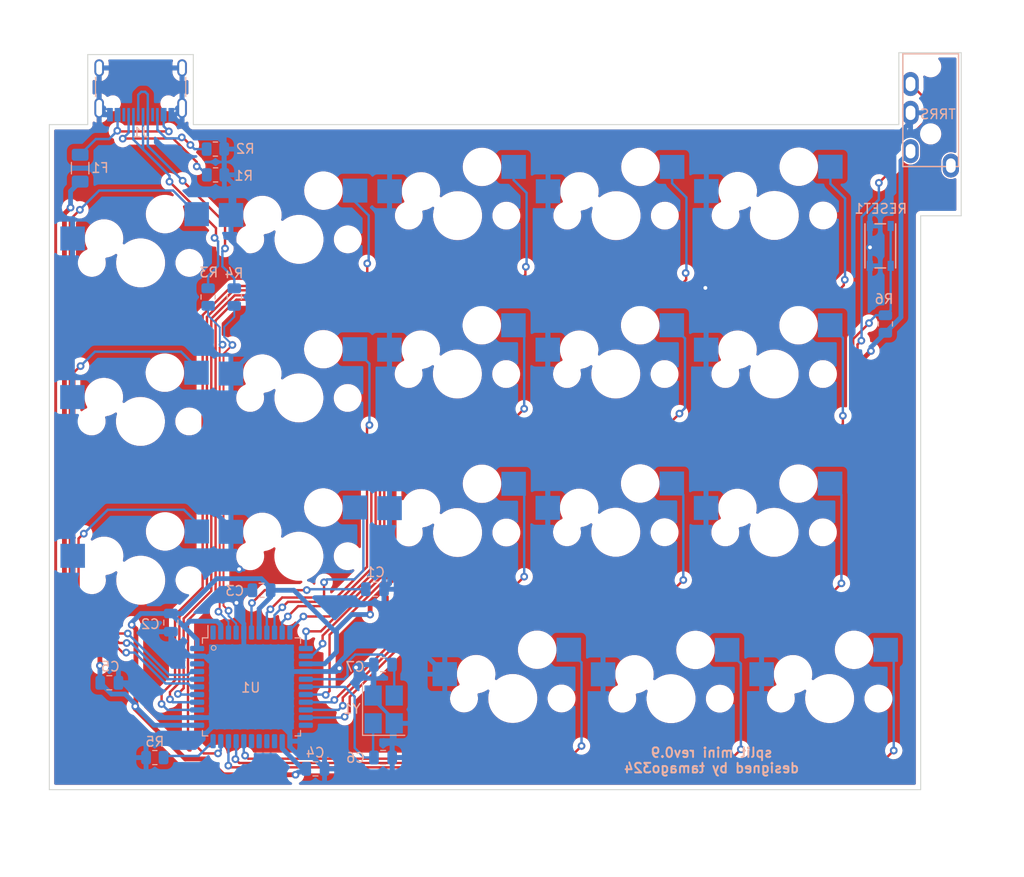
<source format=kicad_pcb>
(kicad_pcb (version 20211014) (generator pcbnew)
  (layers (0 "F.Cu" signal) (31 "B.Cu" signal) (34 "B.Paste" user) (35 "F.Paste" user) (36 "B.SilkS" user "B.Silkscreen") (37 "F.SilkS" user "F.Silkscreen") (38 "B.Mask" user) (39 "F.Mask" user) (44 "Edge.Cuts" user))
  (net 0 "")
  (net 1 "Net-(C1-Pad1)")
  (net 2 "GND")
  (net 3 "VCC")
  (net 4 "XTAL1")
  (net 5 "XTAL2")
  (net 6 "Net-(F1-Pad1)")
  (net 7 "Net-(J1-PadA5)")
  (net 8 "Net-(J1-PadA6)")
  (net 9 "Net-(J1-PadA7)")
  (net 11 "Net-(J1-PadB5)")
  (net 13 "SCL")
  (net 15 "D-")
  (net 16 "D+")
  (net 17 "Net-(R5-Pad1)")
  (net 18 "RESET")
  (net 19 "/col0")
  (net 20 "/col1")
  (net 21 "/col2")
  (net 22 "/col3")
  (net 23 "/col4")
  (net 24 "/col5")
  (net 25 "/col6")
  (net 26 "/col7")
  (net 27 "/col8")
  (net 28 "/col9")
  (net 29 "/col10")
  (net 30 "/col11")
  (net 31 "/col12")
  (net 32 "/col13")
  (net 33 "/col14")
  (net 34 "/col15")
  (net 35 "/col16")
  (net 36 "/col17")
  (footprint "split mini:CherryMX_Hotswap" (layer "F.Cu") (at 95.88 70.73)
    (fp_text reference "SW15" hide)
    (fp_text value "SW_Push" hide)
  )
  (footprint "split mini:CherryMX_Hotswap" (layer "F.Cu") (at 46.38 56.72)
    (fp_text reference "SW7" hide)
    (fp_text value "SW_Push" hide)
  )
  (footprint "split mini:CherryMX_Hotswap" (layer "F.Cu") (at 62.91 37.72)
    (fp_text reference "SW3" hide)
    (fp_text value "SW_Push" hide)
  )
  (footprint "split mini:CherryMX_Hotswap" (layer "F.Cu") (at 29.87 59.17)
    (fp_text reference "SW6" hide)
    (fp_text value "SW_Push" hide)
  )
  (footprint "split mini:CherryMX_Hotswap" (layer "F.Cu") (at 85.15 88.07)
    (fp_text reference "SW17" hide)
    (fp_text value "SW_Push" hide)
  )
  (footprint "split mini:CherryMX_Hotswap" (layer "F.Cu") (at 79.39 70.72)
    (fp_text reference "SW14" hide)
    (fp_text value "SW_Push" hide)
  )
  (footprint "split mini:CherryMX_Hotswap" (layer "F.Cu") (at 79.39 54.23)
    (fp_text reference "SW9" hide)
    (fp_text value "SW_Push" hide)
  )
  (footprint "split mini:CherryMX_Hotswap" (layer "F.Cu") (at 62.89 54.23)
    (fp_text reference "SW8" hide)
    (fp_text value "SW_Push" hide)
  )
  (footprint "split mini:CherryMX_Hotswap" (layer "F.Cu") (at 95.89 54.23)
    (fp_text reference "SW10" hide)
    (fp_text value "SW_Push" hide)
  )
  (footprint "split mini:CherryMX_Hotswap" (layer "F.Cu") (at 29.9 75.72)
    (fp_text reference "SW11" hide)
    (fp_text value "SW_Push" hide)
  )
  (footprint "split mini:CherryMX_Hotswap" (layer "F.Cu") (at 29.89 42.64)
    (fp_text reference "SW1" hide)
    (fp_text value "SW_Push" hide)
  )
  (footprint "split mini:CherryMX_Hotswap" (layer "F.Cu") (at 46.38 73.22)
    (fp_text reference "SW12" hide)
    (fp_text value "SW_Push" hide)
  )
  (footprint "split mini:CherryMX_Hotswap" (layer "F.Cu") (at 95.91 37.7)
    (fp_text reference "SW5" hide)
    (fp_text value "SW_Push" hide)
  )
  (footprint "split mini:CherryMX_Hotswap" (layer "F.Cu") (at 46.39 40.19)
    (fp_text reference "SW2" hide)
    (fp_text value "SW_Push" hide)
  )
  (footprint "split mini:CherryMX_Hotswap" (layer "F.Cu") (at 62.91 70.75)
    (fp_text reference "SW13" hide)
    (fp_text value "SW_Push" hide)
  )
  (footprint "split mini:CherryMX_Hotswap" (layer "F.Cu") (at 68.66 88.05)
    (fp_text reference "SW16" hide)
    (fp_text value "SW_Push" hide)
  )
  (footprint "split mini:CherryMX_Hotswap" (layer "F.Cu") (at 79.42 37.72)
    (fp_text reference "SW4" hide)
    (fp_text value "SW_Push" hide)
  )
  (footprint "split mini:CherryMX_Hotswap" (layer "F.Cu") (at 101.67 88.06)
    (fp_text reference "SW18" hide)
    (fp_text value "SW_Push" hide)
  )
  (footprint "split mini:USB_C_Receptacle_Neltron_5077CR-16SMC2" (layer "B.Cu") (at 29.89 23.4)
    (fp_text reference "J1")
    (fp_text value "USB_C_Receptacle_USB2.0")
  )
  (footprint "Package_QFP:LQFP-44_10x10mm_P0.8mm" (layer "B.Cu") (at 41.44 86.84 -90)
    (fp_text reference "U1")
    (fp_text value "ATmega32U4-A")
  )
  (footprint "Fuse:Fuse_1206_3216Metric" (layer "B.Cu") (at 23.59 32.77 -90)
    (fp_text reference "F1")
    (fp_text value "500mA")
  )
  (footprint "Resistor_SMD:R_0805_2012Metric" (layer "B.Cu") (at 31.37 94.21 180)
    (fp_text reference "R5")
    (fp_text value "10k")
  )
  (footprint "Resistor_SMD:R_0805_2012Metric" (layer "B.Cu") (at 37.7 33.47)
    (fp_text reference "R1")
    (fp_text value "5.1k")
  )
  (footprint "Capacitor_SMD:C_0805_2012Metric" (layer "B.Cu") (at 26.63 86.41)
    (fp_text reference "C5")
    (fp_text value "10μF")
  )
  (footprint "split mini:MJ-4PP-9_1side" (layer "B.Cu") (at 112.2 20.7 180)
    (fp_text reference "J2")
    (fp_text value "MJ-4PP-9" hide)
  )
  (footprint "Capacitor_SMD:C_0805_2012Metric" (layer "B.Cu") (at 55.14 84.52 180)
    (fp_text reference "C7")
    (fp_text value "22pF")
  )
  (footprint "Resistor_SMD:R_0805_2012Metric" (layer "B.Cu") (at 37.68 30.78)
    (fp_text reference "R2")
    (fp_text value "5.1k")
  )
  (footprint "nosuz:SKRPAxE010" (layer "B.Cu") (at 106.95 40.87 -90)
    (fp_text reference "RESET1")
    (fp_text value "SKRPACE010")
  )
  (footprint "Crystal:Crystal_SMD_SeikoEpson_FA238-4Pin_3.2x2.5mm_HandSoldering" (layer "B.Cu") (at 55.21 89.19 90)
    (fp_text reference "Y1")
    (fp_text value "16MHz")
  )
  (footprint "Capacitor_SMD:C_0805_2012Metric" (layer "B.Cu") (at 48.1 95.39)
    (fp_text reference "C4")
    (fp_text value "0.1μF")
  )
  (footprint "Capacitor_SMD:C_0805_2012Metric" (layer "B.Cu") (at 33.04 80.14 -90)
    (fp_text reference "C2")
    (fp_text value "0.1μF")
  )
  (footprint "Resistor_SMD:R_0805_2012Metric" (layer "B.Cu") (at 107.48 49.0125 90)
    (fp_text reference "R6")
    (fp_text value "10k")
  )
  (footprint "Capacitor_SMD:C_0805_2012Metric" (layer "B.Cu") (at 55.15 94.2 180)
    (fp_text reference "C6")
    (fp_text value "22pF")
  )
  (footprint "Resistor_SMD:R_0805_2012Metric" (layer "B.Cu") (at 39.65 46.21 -90)
    (fp_text reference "R4")
    (fp_text value "22")
  )
  (footprint "Resistor_SMD:R_0805_2012Metric" (layer "B.Cu") (at 36.92 46.2 -90)
    (fp_text reference "R3")
    (fp_text value "22")
  )
  (footprint "Capacitor_SMD:C_0805_2012Metric" (layer "B.Cu") (at 42.49 76.77 180)
    (fp_text reference "C3")
    (fp_text value "0.1μF")
  )
  (footprint "Capacitor_SMD:C_0805_2012Metric" (layer "B.Cu") (at 54.3 76.66)
    (fp_text reference "C1")
    (fp_text value "1μF")
  )
  (gr_circle (center 37.5 82.775) (end 37.73 82.865) (layer "B.SilkS") (width 0.1) (fill none))
  (gr_line (start 108.88 20.73) (end 108.88 28.23) (layer "Edge.Cuts") (width 0.1))
  (gr_line (start 115.38 37.73) (end 115.38 20.73) (layer "Edge.Cuts") (width 0.1))
  (gr_line (start 20.38 97.555) (end 111.155 97.555) (layer "Edge.Cuts") (width 0.1))
  (gr_line (start 24.38 28.23) (end 20.38 28.23) (layer "Edge.Cuts") (width 0.1))
  (gr_line (start 35.38 28.23) (end 35.38 20.93) (layer "Edge.Cuts") (width 0.1))
  (gr_line (start 115.38 37.73) (end 111.155 37.73) (layer "Edge.Cuts") (width 0.1))
  (gr_line (start 111.155 97.555) (end 111.155 37.73) (layer "Edge.Cuts") (width 0.1))
  (gr_line (start 35.38 20.93) (end 24.38 20.93) (layer "Edge.Cuts") (width 0.1))
  (gr_line (start 115.38 20.73) (end 108.88 20.73) (layer "Edge.Cuts") (width 0.1))
  (gr_line (start 20.38 28.23) (end 20.38 97.555) (layer "Edge.Cuts") (width 0.1))
  (gr_line (start 108.88 28.23) (end 35.38 28.23) (layer "Edge.Cuts") (width 0.1))
  (gr_line (start 24.38 20.93) (end 24.38 28.23) (layer "Edge.Cuts") (width 0.1))
  (gr_text "split mini rev0.9\ndesigned by tamago324" (at 89.37 94.5) (layer "B.SilkS") (effects (font (size 1 1) (thickness 0.2)) (justify mirror)))
  (segment (start 47.2 76.75) (end 47.19 76.76) (width 0.25) (layer "F.Cu") (net 1))
  (segment (start 42.824 76.76) (end 41.4895 78.0945) (width 0.25) (layer "F.Cu") (net 1))
  (segment (start 47.19 76.76) (end 42.824 76.76) (width 0.25) (layer "F.Cu") (net 1))
  (via (at 41.4895 78.0945) (size 0.8) (drill 0.4) (layers "F.Cu" "B.Cu") (net 1))
  (via (at 47.2 76.75) (size 0.8) (drill 0.4) (layers "F.Cu" "B.Cu") (net 1))
  (segment (start 47.2 76.75) (end 47.29 76.66) (width 0.25) (layer "B.Cu") (net 1))
  (segment (start 41.4895 78.0945) (end 41.44 78.144) (width 0.25) (layer "B.Cu") (net 1))
  (segment (start 47.29 76.66) (end 53.35 76.66) (width 0.25) (layer "B.Cu") (net 1))
  (segment (start 41.44 78.144) (end 41.44 81.1775) (width 0.25) (layer "B.Cu") (net 1))
  (segment (start 50.68 84.82) (end 52.33 84.82) (width 0.5) (layer "F.Cu") (net 2))
  (segment (start 89.375 45.9) (end 88.725 45.25) (width 0.5) (layer "F.Cu") (net 2))
  (segment (start 50.6 84.9) (end 50.68 84.82) (width 0.5) (layer "F.Cu") (net 2))
  (segment (start 40.1 77.85) (end 39.875 78.075) (width 0.5) (layer "F.Cu") (net 2))
  (segment (start 105.422918 41.025) (end 100.547918 45.9) (width 0.5) (layer "F.Cu") (net 2))
  (segment (start 100.547918 45.9) (end 89.375 45.9) (width 0.5) (layer "F.Cu") (net 2))
  (segment (start 40.15 74.575) (end 40.1 74.625) (width 0.5) (layer "F.Cu") (net 2))
  (segment (start 105.875 41.025) (end 105.422918 41.025) (width 0.5) (layer "F.Cu") (net 2))
  (segment (start 40.1 74.625) (end 40.1 77.85) (width 0.5) (layer "F.Cu") (net 2))
  (via (at 40.15 74.575) (size 0.8) (drill 0.4) (layers "F.Cu" "B.Cu") (net 2))
  (via (at 52.33 84.82) (size 0.8) (drill 0.4) (layers "F.Cu" "B.Cu") (net 2))
  (via (at 88.725 45.25) (size 0.8) (drill 0.4) (layers "F.Cu" "B.Cu") (net 2))
  (via (at 39.875 78.075) (size 0.8) (drill 0.4) (layers "F.Cu" "B.Cu") (net 2))
  (via (at 50.6 84.9) (size 0.8) (drill 0.4) (layers "F.Cu" "B.Cu") (net 2))
  (via (at 105.875 41.025) (size 0.8) (drill 0.4) (layers "F.Cu" "B.Cu") (net 2))
  (segment (start 105.87 37.79) (end 105.87 38.79) (width 0.5) (layer "B.Cu") (net 2))
  (segment (start 39.295 73.72) (end 39.295 70.68) (width 0.5) (layer "B.Cu") (net 2))
  (segment (start 55.25 79.65) (end 52.5 82.4) (width 0.5) (layer "B.Cu") (net 2))
  (segment (start 41.48 88.77) (end 42.47585 88.77) (width 0.5) (layer "B.Cu") (net 2))
  (segment (start 47.875 94.215) (end 49.05 95.39) (width 0.5) (layer "B.Cu") (net 2))
  (segment (start 26.23 67.41) (end 36.41 67.41) (width 0.5) (layer "B.Cu") (net 2))
  (segment (start 45.44 92.5025) (end 45.44 93.0809) (width 0.5) (layer "B.Cu") (net 2))
  (segment (start 61.575 85.51) (end 58.465 82.4) (width 0.5) (layer "B.Cu") (net 2))
  (segment (start 88.795 68.19) (end 88.795 51.7) (width 0.5) (layer "B.Cu") (net 2))
  (segment (start 88.805 51.69) (end 88.805 35.18) (width 0.5) (layer "B.Cu") (net 2))
  (segment (start 50.6 84.9) (end 50.26 85.24) (width 0.5) (layer "B.Cu") (net 2))
  (segment (start 26.27 27.2) (end 25.57 26.5) (width 0.5) (layer "B.Cu") (net 2))
  (segment (start 34.21 22.32) (end 34.21 26.5) (width 0.5) (layer "B.Cu") (net 2))
  (segment (start 40.21 90.04) (end 41.48 88.77) (width 0.5) (layer "B.Cu") (net 2))
  (segment (start 72.305 76.505) (end 72.305 68.18) (width 0.5) (layer "B.Cu") (net 2))
  (segment (start 41.1 52.375) (end 39.295 54.18) (width 0.5) (layer "B.Cu") (net 2))
  (segment (start 54.19 84.52) (end 52.63 84.52) (width 0.5) (layer "B.Cu") (net 2))
  (segment (start 55.825 68.21) (end 55.825 76.085) (width 0.5) (layer "B.Cu") (net 2))
  (segment (start 72.335 35.18) (end 72.335 51.66) (width 0.5) (layer "B.Cu") (net 2))
  (segment (start 22.815 73.18) (end 22.815 70.825) (width 0.5) (layer "B.Cu") (net 2))
  (segment (start 22.815 70.825) (end 26.23 67.41) (width 0.5) (layer "B.Cu") (net 2))
  (segment (start 45.44 91.73415) (end 45.44 92.5025) (width 0.5) (layer "B.Cu") (net 2))
  (segment (start 54.11 87.74) (end 54.11 88.53) (width 0.5) (layer "B.Cu") (net 2))
  (segment (start 54.19 84.52) (end 54.19 87.66) (width 0.5) (layer "B.Cu") (net 2))
  (segment (start 54.11 88.53) (end 54.53 88.53) (width 0.35) (layer "B.Cu") (net 2))
  (segment (start 78.065 82.265) (end 76.925 81.125) (width 0.5) (layer "B.Cu") (net 2))
  (segment (start 75.95 80.15) (end 75.45 80.65) (width 0.5) (layer "B.Cu") (net 2))
  (segment (start 41.54 76.77) (end 41.15 76.77) (width 0.5) (layer "B.Cu") (net 2))
  (segment (start 37.04585 84.14) (end 40.63 84.14) (width 0.5) (layer "B.Cu") (net 2))
  (segment (start 36.54585 83.64) (end 37.04585 84.14) (width 0.5) (layer "B.Cu") (net 2))
  (segment (start 26.69 27.2) (end 26.27 27.2) (width 0.5) (layer "B.Cu") (net 2))
  (segment (start 63.8 80.65) (end 61.575 82.875) (width 0.5) (layer "B.Cu") (net 2))
  (segment (start 25.57 26.5) (end 25.57 22.32) (width 0.5) (layer "B.Cu") (net 2))
  (segment (start 22.815 73.18) (end 22.815 56.66) (width 0.5) (layer "B.Cu") (net 2))
  (segment (start 110.1 27.95) (end 110.1 27) (width 0.5) (layer "B.Cu") (net 2))
  (segment (start 33.04 81.09) (end 33.04 81.67085) (width 0.5) (layer "B.Cu") (net 2))
  (segment (start 41.26 84.77) (end 40.64 84.15) (width 0.5) (layer "B.Cu") (net 2))
  (segment (start 22.815 56.66) (end 22.785 56.63) (width 0.5) (layer "B.Cu") (net 2))
  (segment (start 31.702082 90.04) (end 35.7775 90.04) (width 0.5) (layer "B.Cu") (net 2))
  (segment (start 88.795 51.7) (end 88.805 51.69) (width 0.5) (layer "B.Cu") (net 2))
  (segment (start 78.065 85.53) (end 78.065 82.265) (width 0.5) (layer "B.Cu") (net 2))
  (segment (start 39.61 37.345) (end 39.305 37.65) (width 0.5) (layer "B.Cu") (net 2))
  (segment (start 42.17 85.24) (end 47.1025 85.24) (width 0.5) (layer "B.Cu") (net 2))
  (segment (start 36.715 91.65915) (end 38.33415 90.04) (width 0.5) (layer "B.Cu") (net 2))
  (segment (start 108.37 29.68) (end 110.1 27.95) (width 0.5) (layer "B.Cu") (net 2))
  (segment (start 54.53 88.53) (end 56.31 90.31) (width 0.35) (layer "B.Cu") (net 2))
  (segment (start 38.6125 33.47) (end 39.61 34.4675) (width 0.5) (layer "B.Cu") (net 2))
  (segment (start 33.09 27.2) (end 33.51 27.2) (width 0.5) (layer "B.Cu") (net 2))
  (segment (start 39.9 79.515705) (end 40.64 80.255705) (width 0.5) (layer "B.Cu") (net 2))
  (segment (start 33.51 27.2) (end 34.21 26.5) (width 0.5) (layer "B.Cu") (net 2))
  (segment (start 88.795 74.565) (end 88.795 68.19) (width 0.5) (layer "B.Cu") (net 2))
  (segment (start 40.63 84.14) (end 41.26 84.77) (width 0.5) (layer "B.Cu") (net 2))
  (segment (start 76.925 81.125) (end 75.95 80.15) (width 0.5) (layer "B.Cu") (net 2))
  (segment (start 52.5 82.4) (end 52.496828 82.4) (width 0.5) (layer "B.Cu") (net 2))
  (segment (start 31.81835 91.65915) (end 36.715 91.65915) (width 0.5) (layer "B.Cu") (net 2))
  (segment (start 50.6 84.296828) (end 52.496828 82.4) (width 0.5) (layer "B.Cu") (net 2))
  (segment (start 58.465 82.4) (end 52.496828 82.4) (width 0.5) (layer "B.Cu") (net 2))
  (segment (start 55.825 68.21) (end 55.825 51.71) (width 0.5) (layer "B.Cu") (net 2))
  (segment (start 50.26 85.24) (end 47.1025 85.24) (width 0.5) (layer "B.Cu") (net 2))
  (segment (start 28.072082 86.41) (end 31.702082 90.04) (width 0.5) (layer "B.Cu") (net 2))
  (segment (start 56.1 90.85) (end 56.31 90.64) (width 0.5) (layer "B.Cu") (net 2))
  (segment (start 50.6 84.9) (end 50.6 84.296828) (width 0.5) (layer "B.Cu") (net 2))
  (segment (start 41.15 76.77) (end 39.9 78.02) (width 0.5) (layer "B.Cu") (net 2))
  (segment (start 41.1 42.09) (end 41.1 52.375) (width 0.5) (layer "B.Cu") (net 2))
  (segment (start 25.57 22.32) (end 34.21 22.32) (width 0.5) (layer "B.Cu") (net 2))
  (segment (start 35.7775 83.64) (end 36.54585 83.64) (width 0.5) (layer "B.Cu") (net 2))
  (segment (start 27.58 86.41) (end 28.072082 86.41) (width 0.5) (layer "B.Cu") (net 2))
  (segment (start 108.37 35.29) (end 108.37 29.68) (width 0.5) (layer "B.Cu") (net 2))
  (segment (start 41.48 85.93) (end 41.48 84.99) (width 0.5) (layer "B.Cu") (net 2))
  (segment (start 105.875 41.025) (end 105.87 42.95) (width 0.5) (layer "B.Cu") (net 2))
  (segment (start 41.48 88.77) (end 41.48 85.93) (width 0.5) (layer "B.Cu") (net 2))
  (segment (start 56.31 90.31) (end 56.31 90.64) (width 0.35) (layer "B.Cu") (net 2))
  (segment (start 35.7775 90.04) (end 40.21 90.04) (width 0.5) (layer "B.Cu") (net 2))
  (segment (start 88.805 35.18) (end 88.825 35.16) (width 0.5) (layer "B.Cu") (net 2))
  (segment (start 45.44 93.0809) (end 46.5741 94.215) (width 0.5) (layer "B.Cu") (net 2))
  (segment (start 38.05 29.63) (end 35.52 29.63) (width 0.5) (layer "B.Cu") (net 2))
  (segment (start 38.5925 30.78) (end 38.5925 30.1725) (width 0.5) (layer "B.Cu") (net 2))
  (segment (start 61.575 82.875) (end 61.575 85.51) (width 0.5) (layer "B.Cu") (net 2))
  (segment (start 39.295 54.18) (end 39.295 67.895) (width 0.5) (layer "B.Cu") (net 2))
  (segment (start 38.33415 90.04) (end 39.14 90.04) (width 0.5) (layer "B.Cu") (net 2))
  (segment (start 40.64 84.15) (end 40.64 81.1775) (width 0.5) (layer "B.Cu") (net 2))
  (segment (start 39.305 40.295) (end 41.1 42.09) (width 0.5) (layer "B.Cu") (net 2))
  (segment (start 55.825 76.085) (end 55.25 76.66) (width 0.5) (layer "B.Cu") (net 2))
  (segment (start 35.52 29.63) (end 33.09 27.2) (width 0.5) (layer "B.Cu") (net 2))
  (segment (start 39.295 70.295) (end 39.295 70.68) (width 0.5) (layer "B.Cu") (net 2))
  (segment (start 55.825 51.71) (end 55.805 51.69) (width 0.5) (layer "B.Cu") (net 2))
  (segment (start 38.5925 33.45) (end 38.6125 33.47) (width 0.5) (layer "B.Cu") (net 2))
  (segment (start 42.47585 88.77) (end 45.44 91.73415) (width 0.5) (layer "B.Cu") (net 2))
  (segment (start 94.585 80.355) (end 88.795 74.565) (width 0.5) (layer "B.Cu") (net 2))
  (segment (start 22.785 40.12) (end 22.805 40.1) (width 0.5) (layer "B.Cu") (net 2))
  (segment (start 72.305 51.69) (end 72.305 68.18) (width 0.5) (layer "B.Cu") (net 2))
  (segment (start 52.63 84.52) (end 52.33 84.82) (width 0.5) (layer "B.Cu") (net 2))
  (segment (start 30.4575 93.02) (end 31.81835 91.65915) (width 0.5) (layer "B.Cu") (net 2))
  (segment (start 108.37 35.29) (end 107.4 36.25) (width 0.5) (layer "B.Cu") (net 2))
  (segment (start 36.41 67.41) (end 39.295 70.295) (width 0.5) (layer "B.Cu") (net 2))
  (segment (start 75.45 80.65) (end 63.8 80.65) (width 0.5) (layer "B.Cu") (net 2))
  (segment (start 55.805 35.2) (end 55.825 35.18) (width 0.5) (layer "B.Cu") (net 2))
  (segment (start 38.5925 30.78) (end 38.5925 33.45) (width 0.5) (layer "B.Cu") (net 2))
  (segment (start 105.87 38.79) (end 105.875 41.025) (width 0.5) (layer "B.Cu") (net 2))
  (segment (start 39.9 78.02) (end 39.9 79.515705) (width 0.5) (layer "B.Cu") (net 2))
  (segment (start 39.295 67.895) (end 39.295 70.68) (width 0.5) (layer "B.Cu") (net 2))
  (segment (start 38.5925 30.1725) (end 38.05 29.63) (width 0.5) (layer "B.Cu") (net 2))
  (segment (start 77.695 80.355) (end 76.925 81.125) (width 0.5) (layer "B.Cu") (net 2))
  (segment (start 94.585 85.52) (end 94.585 80.355) (width 0.5) (layer "B.Cu") (net 2))
  (segment (start 33.04 81.67085) (end 35.00915 83.64) (width 0.5) (layer "B.Cu") (net 2))
  (segment (start 72.335 51.66) (end 72.305 51.69) (width 0.5) (layer "B.Cu") (net 2))
  (segment (start 56.1 94.2) (end 56.1 90.85) (width 0.5) (layer "B.Cu") (net 2))
  (segment (start 30.4575 94.21) (end 30.4575 93.02) (width 0.5) (layer "B.Cu") (net 2))
  (segment (start 46.5741 94.215) (end 47.875 94.215) (width 0.5) (layer "B.Cu") (net 2))
  (segment (start 94.585 80.355) (end 77.695 80.355) (width 0.5) (layer "B.Cu") (net 2))
  (segment (start 35.00915 83.64) (end 35.7775 83.64) (width 0.5) (layer "B.Cu") (net 2))
  (segment (start 75.95 80.15) (end 72.305 76.505) (width 0.5) (layer "B.Cu") (net 2))
  (segment (start 39.61 34.4675) (end 39.61 37.345) (width 0.5) (layer "B.Cu") (net 2))
  (segment (start 55.805 51.69) (end 55.805 35.2) (width 0.5) (layer "B.Cu") (net 2))
  (segment (start 41.48 84.99) (end 41.26 84.77) (width 0.5) (layer "B.Cu") (net 2))
  (segment (start 54.19 87.66) (end 54.11 87.74) (width 0.5) (layer "B.Cu") (net 2))
  (segment (start 39.305 37.65) (end 39.305 40.295) (width 0.5) (layer "B.Cu") (net 2))
  (segment (start 41.48 85.93) (end 42.17 85.24) (width 0.5) (layer "B.Cu") (net 2))
  (segment (start 107.4 36.25) (end 105.87 37.79) (width 0.5) (layer "B.Cu") (net 2))
  (segment (start 40.64 80.255705) (end 40.64 81.1775) (width 0.5) (layer "B.Cu") (net 2))
  (segment (start 55.25 76.66) (end 55.25 79.65) (width 0.5) (layer "B.Cu") (net 2))
  (segment (start 22.785 56.63) (end 22.785 40.12) (width 0.5) (layer "B.Cu") (net 2))
  (segment (start 40.15 74.575) (end 39.295 73.72) (width 0.5) (layer "B.Cu") (net 2))
  (segment (start 105.15 59.424568) (end 105.15 52.65) (width 0.5) (layer "F.Cu") (net 3))
  (segment (start 103.074569 61.5) (end 105.15 59.424568) (width 0.5) (layer "F.Cu") (net 3))
  (segment (start 25.65 84.625) (end 25.65 81.710964) (width 0.5) (layer "F.Cu") (net 3))
  (segment (start 29.4 88.8) (end 29.4 80.802701) (width 0.5) (layer "F.Cu") (net 3))
  (segment (start 21.95 78.010964) (end 21.95 37.52) (width 0.5) (layer "F.Cu") (net 3))
  (segment (start 29.330353 88.869647) (end 29.4 88.8) (width 0.5) (layer "F.Cu") (net 3))
  (segment (start 21.95 37.52) (end 22.59 36.88) (width 0.5) (layer "F.Cu") (net 3))
  (segment (start 38.5 96) (end 46.025 96) (width 0.5) (layer "F.Cu") (net 3))
  (segment (start 53.8 78) (end 56.3 75.5) (width 0.5) (layer "F.Cu") (net 3))
  (segment (start 29.4 80.802701) (end 28.961382 80.364083) (width 0.5) (layer "F.Cu") (net 3))
  (segment (start 29.330353 89.130353) (end 34.55 94.35) (width 0.5) (layer "F.Cu") (net 3))
  (segment (start 34.55 94.35) (end 36.85 94.35) (width 0.5) (layer "F.Cu") (net 3))
  (segment (start 29.330353 88.869647) (end 29.330353 89.130353) (width 0.5) (layer "F.Cu") (net 3))
  (segment (start 56.3 62.6) (end 57.4 61.5) (width 0.5) (layer "F.Cu") (net 3))
  (segment (start 36.85 94.35) (end 38.5 96) (width 0.5) (layer "F.Cu") (net 3))
  (segment (start 57.4 61.5) (end 103.074569 61.5) (width 0.5) (layer "F.Cu") (net 3))
  (segment (start 105.15 52.65) (end 105.975 51.825) (width 0.5) (layer "F.Cu") (net 3))
  (segment (start 53.8 79.3) (end 53.8 78) (width 0.5) (layer "F.Cu") (net 3))
  (segment (start 25.65 81.710964) (end 21.95 78.010964) (width 0.5) (layer "F.Cu") (net 3))
  (segment (start 56.3 75.5) (end 56.3 62.6) (width 0.5) (layer "F.Cu") (net 3))
  (via (at 22.59 36.88) (size 0.8) (drill 0.4) (layers "F.Cu" "B.Cu") (net 3))
  (via (at 25.65 84.625) (size 0.8) (drill 0.4) (layers "F.Cu" "B.Cu") (net 3))
  (via (at 29.330353 88.869647) (size 0.8) (drill 0.4) (layers "F.Cu" "B.Cu") (net 3))
  (via (at 53.8 79.3) (size 0.8) (drill 0.4) (layers "F.Cu" "B.Cu") (net 3))
  (via (at 46.025 96) (size 0.8) (drill 0.4) (layers "F.Cu" "B.Cu") (net 3))
  (via (at 105.975 51.825) (size 0.8) (drill 0.4) (layers "F.Cu" "B.Cu") (net 3))
  (via (at 28.961382 80.364083) (size 0.8) (drill 0.4) (layers "F.Cu" "B.Cu") (net 3))
  (segment (start 34.425 80.575) (end 35.01 79.99) (width 0.5) (layer "B.Cu") (net 3))
  (segment (start 26.855 87.585) (end 25.68 86.41) (width 0.5) (layer "B.Cu") (net 3))
  (segment (start 37.84 79.99) (end 38.24 80.39) (width 0.5) (layer "B.Cu") (net 3))
  (segment (start 28.961382 80.138618) (end 29.91 79.19) (width 0.5) (layer "B.Cu") (net 3))
  (segment (start 35.7775 81.9275) (end 34.425 80.575) (width 0.5) (layer "B.Cu") (net 3))
  (segment (start 53.8 79.3) (end 51.875 79.3) (width 0.5) (layer "B.Cu") (net 3))
  (segment (start 28.961382 80.364083) (end 28.961382 80.138618) (width 0.5) (layer "B.Cu") (net 3))
  (segment (start 29.330353 88.658221) (end 28.257132 87.585) (width 0.5) (layer "B.Cu") (net 3))
  (segment (start 46.305 95.72) (end 46.82 95.72) (width 0.5) (layer "B.Cu") (net 3))
  (segment (start 50.3 80.875) (end 50.3 81.21) (width 0.5) (layer "B.Cu") (net 3))
  (segment (start 49.06 84.44) (end 50.3 83.2) (width 0.5) (layer "B.Cu") (net 3))
  (segment (start 43.44 77.49) (end 42.24 78.69) (width 0.5) (layer "B.Cu") (net 3))
  (segment (start 25.65 86.38) (end 25.68 86.41) (width 0.5) (layer "B.Cu") (net 3))
  (segment (start 34.18 79.19) (end 37.81 75.56) (width 0.5) (layer "B.Cu") (net 3))
  (segment (start 42.46 75.56) (end 43.44 76.54) (width 0.5) (layer "B.Cu") (net 3))
  (segment (start 43.44 76.54) (end 43.44 76.77) (width 0.5) (layer "B.Cu") (net 3))
  (segment (start 22.59 35.17) (end 23.59 34.17) (width 0.5) (layer "B.Cu") (net 3))
  (segment (start 25.65 84.625) (end 25.65 86.38) (width 0.5) (layer "B.Cu") (net 3))
  (segment (start 42.24 78.69) (end 42.24 81.1775) (width 0.5) (layer "B.Cu") (net 3))
  (segment (start 50.3 83.2) (end 50.3 81.21) (width 0.5) (layer "B.Cu") (net 3))
  (segment (start 29.330353 88.869647) (end 31.300706 90.84) (width 0.5) (layer "B.Cu") (net 3))
  (segment (start 46.75915 95.39) (end 44.64 93.27085) (width 0.5) (layer "B.Cu") (net 3))
  (segment (start 38.24 80.39) (end 38.24 81.1775) (width 0.5) (layer "B.Cu") (net 3))
  (segment (start 107.48 49.925) (end 109.1 48.305) (width 0.5) (layer "B.Cu") (net 3))
  (segment (start 50.3 81.21) (end 45.86 76.77) (width 0.5) (layer "B.Cu") (net 3))
  (segment (start 47.15 95.39) (end 46.75915 95.39) (width 0.5) (layer "B.Cu") (net 3))
  (segment (start 28.257132 87.585) (end 26.855 87.585) (width 0.5) (layer "B.Cu") (net 3))
  (segment (start 51.875 79.3) (end 50.3 80.875) (width 0.5) (layer "B.Cu") (net 3))
  (segment (start 22.59 36.88) (end 22.59 35.17) (width 0.5) (layer "B.Cu") (net 3))
  (segment (start 29.330353 88.869647) (end 29.330353 88.658221) (width 0.5) (layer "B.Cu") (net 3))
  (segment (start 109.1 48.305) (end 109.1 32) (width 0.5) (layer "B.Cu") (net 3))
  (segment (start 109.1 32) (end 110.1 31) (width 0.5) (layer "B.Cu") (net 3))
  (segment (start 105.975 51.43) (end 107.48 49.925) (width 0.5) (layer "B.Cu") (net 3))
  (segment (start 105.975 51.825) (end 105.975 51.43) (width 0.5) (layer "B.Cu") (net 3))
  (segment (start 46.025 96) (end 46.305 95.72) (width 0.5) (layer "B.Cu") (net 3))
  (segment (start 43.44 76.77) (end 43.44 77.49) (width 0.5) (layer "B.Cu") (net 3))
  (segment (start 45.86 76.77) (end 43.44 76.77) (width 0.5) (layer "B.Cu") (net 3))
  (segment (start 34.425 80.575) (end 33.04 79.19) (width 0.5) (layer "B.Cu") (net 3))
  (segment (start 33.04 79.19) (end 34.18 79.19) (width 0.5) (layer "B.Cu") (net 3))
  (segment (start 46.82 95.72) (end 47.15 95.39) (width 0.5) (layer "B.Cu") (net 3))
  (segment (start 47.1025 84.44) (end 49.06 84.44) (width 0.5) (layer "B.Cu") (net 3))
  (segment (start 35.7775 82.84) (end 35.7775 81.9275) (width 0.5) (layer "B.Cu") (net 3))
  (segment (start 44.64 93.27085) (end 44.64 92.5025) (width 0.5) (layer "B.Cu") (net 3))
  (segment (start 31.300706 90.84) (end 35.7775 90.84) (width 0.5) (layer "B.Cu") (net 3))
  (segment (start 37.81 75.56) (end 42.46 75.56) (width 0.5) (layer "B.Cu") (net 3))
  (segment (start 29.91 79.19) (end 33.04 79.19) (width 0.5) (layer "B.Cu") (net 3))
  (segment (start 35.01 79.99) (end 37.84 79.99) (width 0.5) (layer "B.Cu") (net 3))
  (segment (start 52.19 87.86) (end 51.17 86.84) (width 0.25) (layer "B.Cu") (net 4))
  (segment (start 51.17 86.84) (end 47.1025 86.84) (width 0.25) (layer "B.Cu") (net 4))
  (segment (start 54.11 90.64) (end 54.11 94.11) (width 0.25) (layer "B.Cu") (net 4))
  (segment (start 53.19 94.2) (end 52.19 93.2) (width 0.25) (layer "B.Cu") (net 4))
  (segment (start 52.19 93.2) (end 52.19 87.86) (width 0.25) (layer "B.Cu") (net 4))
  (segment (start 54.11 94.11) (end 54.2 94.2) (width 0.25) (layer "B.Cu") (net 4))
  (segment (start 54.2 94.2) (end 53.19 94.2) (width 0.25) (layer "B.Cu") (net 4))
  (segment (start 56.09 84.52) (end 56.31 84.74) (width 0.25) (layer "B.Cu") (net 5))
  (segment (start 51.08 86.04) (end 47.1025 86.04) (width 0.25) (layer "B.Cu") (net 5))
  (segment (start 51.45 85.67) (end 51.08 86.04) (width 0.25) (layer "B.Cu") (net 5))
  (segment (start 55.04 83.47) (end 52.24 83.47) (width 0.25) (layer "B.Cu") (net 5))
  (segment (start 56.31 84.74) (end 56.31 87.74) (width 0.25) (layer "B.Cu") (net 5))
  (segment (start 51.45 84.26) (end 51.45 85.67) (width 0.25) (layer "B.Cu") (net 5))
  (segment (start 56.09 84.52) (end 55.04 83.47) (width 0.25) (layer "B.Cu") (net 5))
  (segment (start 52.24 83.47) (end 51.45 84.26) (width 0.25) (layer "B.Cu") (net 5))
  (segment (start 27.53 28.94) (end 27.46 28.87) (width 0.25) (layer "F.Cu") (net 6))
  (segment (start 32.83 28.94) (end 27.53 28.94) (width 0.25) (layer "F.Cu") (net 6))
  (via (at 32.83 28.94) (size 0.8) (drill 0.4) (layers "F.Cu" "B.Cu") (net 6))
  (via (at 27.46 28.87) (size 0.8) (drill 0.4) (layers "F.Cu" "B.Cu") (net 6))
  (segment (start 25.23 29.73) (end 26.61 29.73) (width 0.25) (layer "B.Cu") (net 6))
  (segment (start 23.59 31.37) (end 25.23 29.73) (width 0.25) (layer "B.Cu") (net 6))
  (segment (start 32.29 28.4) (end 32.83 28.94) (width 0.25) (layer "B.Cu") (net 6))
  (segment (start 27.49 28.85) (end 27.49 27.2) (width 0.25) (layer "B.Cu") (net 6))
  (segment (start 32.29 27.2) (end 32.29 28.4) (width 0.25) (layer "B.Cu") (net 6))
  (segment (start 26.61 29.73) (end 27.49 28.85) (width 0.25) (layer "B.Cu") (net 6))
  (segment (start 33.455 29.860305) (end 33.879695 30.285) (width 0.25) (layer "F.Cu") (net 7))
  (segment (start 33.455 29.845) (end 33.455 29.860305) (width 0.25) (layer "F.Cu") (net 7))
  (segment (start 33.879695 30.285) (end 33.895 30.285) (width 0.25) (layer "F.Cu") (net 7))
  (segment (start 33.895 30.285) (end 35.74 32.13) (width 0.25) (layer "F.Cu") (net 7))
  (segment (start 28.03918 29.68) (end 33.29 29.68) (width 0.25) (layer "F.Cu") (net 7))
  (segment (start 28.024028 29.695152) (end 28.03918 29.68) (width 0.25) (layer "F.Cu") (net 7))
  (segment (start 35.74 32.13) (end 35.74 32.59) (width 0.25) (layer "F.Cu") (net 7))
  (segment (start 33.29 29.68) (end 33.455 29.845) (width 0.25) (layer "F.Cu") (net 7))
  (via (at 35.74 32.59) (size 0.8) (drill 0.4) (layers "F.Cu" "B.Cu") (net 7))
  (via (at 28.024028 29.695152) (size 0.8) (drill 0.4) (layers "F.Cu" "B.Cu") (net 7))
  (segment (start 28.024028 29.695152) (end 28.64 29.07918) (width 0.25) (layer "B.Cu") (net 7))
  (segment (start 35.9075 32.59) (end 36.7875 33.47) (width 0.25) (layer "B.Cu") (net 7))
  (segment (start 28.64 29.07918) (end 28.64 27.2) (width 0.25) (layer "B.Cu") (net 7))
  (segment (start 35.74 32.59) (end 35.9075 32.59) (width 0.25) (layer "B.Cu") (net 7))
  (segment (start 38.6845 38.4945) (end 34.27 34.08) (width 0.25) (layer "F.Cu") (net 8))
  (segment (start 38.6845 41.14) (end 38.6845 38.4945) (width 0.25) (layer "F.Cu") (net 8))
  (via (at 34.27 34.08) (size 0.8) (drill 0.4) (layers "F.Cu" "B.Cu") (net 8))
  (via (at 38.6845 41.14) (size 0.8) (drill 0.4) (layers "F.Cu" "B.Cu") (net 8))
  (segment (start 30.64 30.45) (end 34.27 34.08) (width 0.25) (layer "B.Cu") (net 8))
  (segment (start 30.64 25.09) (end 30.64 27.2) (width 0.25) (layer "B.Cu") (net 8))
  (segment (start 38.41 43.01) (end 39.65 44.25) (width 0.25) (layer "B.Cu") (net 8))
  (segment (start 39.65 44.25) (end 39.65 45.2975) (width 0.25) (layer "B.Cu") (net 8))
  (segment (start 29.96 24.81) (end 30.36 24.81) (width 0.25) (layer "B.Cu") (net 8))
  (segment (start 38.41 41.4145) (end 38.41 43.01) (width 0.25) (layer "B.Cu") (net 8))
  (segment (start 29.64 25.13) (end 29.96 24.81) (width 0.25) (layer "B.Cu") (net 8))
  (segment (start 30.64 27.2) (end 30.64 30.45) (width 0.25) (layer "B.Cu") (net 8))
  (segment (start 30.36 24.81) (end 30.64 25.09) (width 0.25) (layer "B.Cu") (net 8))
  (segment (start 29.64 27.2) (end 29.64 25.13) (width 0.25) (layer "B.Cu") (net 8))
  (segment (start 38.6845 41.14) (end 38.41 41.4145) (width 0.25) (layer "B.Cu") (net 8))
  (segment (start 37.74 39.89136) (end 37.74 39.02) (width 0.25) (layer "F.Cu") (net 9))
  (segment (start 37.594177 40.037183) (end 37.74 39.89136) (width 0.25) (layer "F.Cu") (net 9))
  (segment (start 37.74 39.02) (end 32.9 34.18) (width 0.25) (layer "F.Cu") (net 9))
  (via (at 32.9 34.18) (size 0.8) (drill 0.4) (layers "F.Cu" "B.Cu") (net 9))
  (via (at 37.594177 40.037183) (size 0.8) (drill 0.4) (layers "F.Cu" "B.Cu") (net 9))
  (segment (start 36.92 45.2875) (end 36.92 44) (width 0.25) (layer "B.Cu") (net 9))
  (segment (start 30.14 27.2) (end 30.14 30.79) (width 0.25) (layer "B.Cu") (net 9))
  (segment (start 30.14 30.79) (end 30.225 30.875) (width 0.25) (layer "B.Cu") (net 9))
  (segment (start 30.225 30.875) (end 32.9 33.55) (width 0.25) (layer "B.Cu") (net 9))
  (segment (start 37.96 40.403006) (end 37.594177 40.037183) (width 0.25) (layer "B.Cu") (net 9))
  (segment (start 37.96 42.96) (end 37.96 40.403006) (width 0.25) (layer "B.Cu") (net 9))
  (segment (start 29.14 29.79) (end 30.225 30.875) (width 0.25) (layer "B.Cu") (net 9))
  (segment (start 29.14 27.2) (end 29.14 29.79) (width 0.25) (layer "B.Cu") (net 9))
  (segment (start 32.9 33.55) (end 32.9 34.18) (width 0.25) (layer "B.Cu") (net 9))
  (segment (start 36.92 44) (end 37.96 42.96) (width 0.25) (layer "B.Cu") (net 9))
  (segment (start 34.18 29.56) (end 34.281295 29.56) (width 0.25) (layer "F.Cu") (net 11))
  (segment (start 34.281295 29.56) (end 35.074779 30.353484) (width 0.25) (layer "F.Cu") (net 11))
  (via (at 34.18 29.56) (size 0.8) (drill 0.4) (layers "F.Cu" "B.Cu") (net 11))
  (via (at 35.074779 30.353484) (size 0.8) (drill 0.4) (layers "F.Cu" "B.Cu") (net 11))
  (segment (start 35.501295 30.78) (end 36.7675 30.78) (width 0.25) (layer "B.Cu") (net 11))
  (segment (start 31.64 28.775305) (end 31.64 27.2) (width 0.25) (layer "B.Cu") (net 11))
  (segment (start 35.074779 30.353484) (end 35.501295 30.78) (width 0.25) (layer "B.Cu") (net 11))
  (segment (start 34.075 29.665) (end 32.529695 29.665) (width 0.25) (layer "B.Cu") (net 11))
  (segment (start 34.18 29.56) (end 34.075 29.665) (width 0.25) (layer "B.Cu") (net 11))
  (segment (start 32.529695 29.665) (end 31.64 28.775305) (width 0.25) (layer "B.Cu") (net 11))
  (segment (start 104.974799 50.749799) (end 104.575 51.149598) (width 0.25) (layer "F.Cu") (net 13))
  (segment (start 111.6 27.9) (end 111.6 25.5) (width 0.25) (layer "F.Cu") (net 13))
  (segment (start 104.575 59.186396) (end 102.836396 60.925) (width 0.25) (layer "F.Cu") (net 13))
  (segment (start 55.725 75.261828) (end 49.575 81.411828) (width 0.25) (layer "F.Cu") (net 13))
  (segment (start 49.575 81.411828) (end 49.575 87.275) (width 0.25) (layer "F.Cu") (net 13))
  (segment (start 106.8 34.3) (end 108.3 32.8) (width 0.25) (layer "F.Cu") (net 13))
  (segment (start 49.575 87.275) (end 49.175 87.675) (width 0.25) (layer "F.Cu") (net 13))
  (segment (start 57.161396 60.925) (end 55.725 62.361396) (width 0.25) (layer "F.Cu") (net 13))
  (segment (start 108.3 32.8) (end 108.3 30) (width 0.25) (layer "F.Cu") (net 13))
  (segment (start 111.6 25.5) (end 110.1 24) (width 0.25) (layer "F.Cu") (net 13))
  (segment (start 104.575 51.149598) (end 104.575 59.186396) (width 0.25) (layer "F.Cu") (net 13))
  (segment (start 108.3 30) (end 109.2 29.1) (width 0.25) (layer "F.Cu") (net 13))
  (segment (start 109.2 29.1) (end 110.4 29.1) (width 0.25) (layer "F.Cu") (net 13))
  (segment (start 110.4 29.1) (end 111.6 27.9) (width 0.25) (layer "F.Cu") (net 13))
  (segment (start 102.836396 60.925) (end 57.161396 60.925) (width 0.25) (layer "F.Cu") (net 13))
  (segment (start 55.725 62.361396) (end 55.725 75.261828) (width 0.25) (layer "F.Cu") (net 13))
  (via (at 104.974799 50.749799) (size 0.8) (drill 0.4) (layers "F.Cu" "B.Cu") (net 13))
  (via (at 49.175 87.675) (size 0.8) (drill 0.4) (layers "F.Cu" "B.Cu") (net 13))
  (via (at 106.8 34.3) (size 0.8) (drill 0.4) (layers "F.Cu" "B.Cu") (net 13))
  (segment (start 105.294227 37.553701) (end 106.8 36.038087) (width 0.25) (layer "B.Cu") (net 13))
  (segment (start 47.1025 87.64) (end 49.14 87.64) (width 0.25) (layer "B.Cu") (net 13))
  (segment (start 49.14 87.64) (end 49.175 87.675) (width 0.25) (layer "B.Cu") (net 13))
  (segment (start 105 37.847928) (end 105.294227 37.553701) (width 0.25) (layer "B.Cu") (net 13))
  (segment (start 104.974799 50.749799) (end 105 50.724598) (width 0.25) (layer "B.Cu") (net 13))
  (segment (start 105 50.724598) (end 105 37.847928) (width 0.25) (layer "B.Cu") (net 13))
  (segment (start 106.8 36.038087) (end 106.8 34.3) (width 0.25) (layer "B.Cu") (net 13))
  (segment (start 38 79) (end 38.125994 78.874006) (width 0.2) (layer "F.Cu") (net 15))
  (segment (start 38.125994 51.465238) (end 38.425994 51.165238) (width 0.2) (layer "F.Cu") (net 15))
  (segment (start 38.125994 78.874006) (end 38.125994 51.465238) (width 0.2) (layer "F.Cu") (net 15))
  (via (at 38 79) (size 0.8) (drill 0.4) (layers "F.Cu" "B.Cu") (net 15))
  (via (at 38.425994 51.165238) (size 0.8) (drill 0.4) (layers "F.Cu" "B.Cu") (net 15))
  (segment (start 38 79) (end 39.04 80.04) (width 0.2) (layer "B.Cu") (net 15))
  (segment (start 38.14 49.35) (end 36.92 48.13) (width 0.2) (layer "B.Cu") (net 15))
  (segment (start 38.425994 51.165238) (end 38.14 50.879244) (width 0.2) (layer "B.Cu") (net 15))
  (segment (start 36.92 48.13) (end 36.92 47.1125) (width 0.2) (layer "B.Cu") (net 15))
  (segment (start 38.14 50.879244) (end 38.14 49.35) (width 0.2) (layer "B.Cu") (net 15))
  (segment (start 39.04 80.04) (end 39.04 81.1775) (width 0.2) (layer "B.Cu") (net 15))
  (segment (start 39.0505 78.901576) (end 38.525994 78.37707) (width 0.2) (layer "F.Cu") (net 16))
  (segment (start 38.525994 78.37707) (end 38.525994 52.124006) (width 0.2) (layer "F.Cu") (net 16))
  (segment (start 38.525994 52.124006) (end 39.45 51.2) (width 0.2) (layer "F.Cu") (net 16))
  (via (at 39.0505 78.901576) (size 0.8) (drill 0.4) (layers "F.Cu" "B.Cu") (net 16))
  (via (at 39.45 51.2) (size 0.8) (drill 0.4) (layers "F.Cu" "B.Cu") (net 16))
  (segment (start 39.45 51.2) (end 38.6 50.35) (width 0.2) (layer "B.Cu") (net 16))
  (segment (start 39.84 80.233523) (end 39.84 81.1775) (width 0.2) (layer "B.Cu") (net 16))
  (segment (start 39.0505 78.901576) (end 39.0505 79.444023) (width 0.2) (layer "B.Cu") (net 16))
  (segment (start 39.65 48.26) (end 39.65 47.1225) (width 0.2) (layer "B.Cu") (net 16))
  (segment (start 38.6 49.31) (end 39.65 48.26) (width 0.2) (layer "B.Cu") (net 16))
  (segment (start 38.6 50.35) (end 38.6 49.31) (width 0.2) (layer "B.Cu") (net 16))
  (segment (start 39.0505 79.444023) (end 39.84 80.233523) (width 0.2) (layer "B.Cu") (net 16))
  (segment (start 37.44 92.5025) (end 35.9025 94.04) (width 0.25) (layer "B.Cu") (net 17))
  (segment (start 35.9025 94.04) (end 32.4525 94.04) (width 0.25) (layer "B.Cu") (net 17))
  (segment (start 32.4525 94.04) (end 32.2825 94.21) (width 0.25) (layer "B.Cu") (net 17))
  (segment (start 104.125 59) (end 104.125 50.575) (width 0.25) (layer "F.Cu") (net 18))
  (segment (start 55.275 75.075432) (end 55.275 62.175) (width 0.25) (layer "F.Cu") (net 18))
  (segment (start 48.85 82.325) (end 48.85 81.500432) (width 0.25) (layer "F.Cu") (net 18))
  (segment (start 102.65 60.475) (end 104.125 59) (width 0.25) (layer "F.Cu") (net 18))
  (segment (start 48.85 81.500432) (end 55.275 75.075432) (width 0.25) (layer "F.Cu") (net 18))
  (segment (start 104.125 50.575) (end 105.775 48.925) (width 0.25) (layer "F.Cu") (net 18))
  (segment (start 55.275 62.175) (end 56.975 60.475) (width 0.25) (layer "F.Cu") (net 18))
  (segment (start 56.975 60.475) (end 102.65 60.475) (width 0.25) (layer "F.Cu") (net 18))
  (via (at 105.775 48.925) (size 0.8) (drill 0.4) (layers "F.Cu" "B.Cu") (net 18))
  (via (at 48.85 82.325) (size 0.8) (drill 0.4) (layers "F.Cu" "B.Cu") (net 18))
  (segment (start 47.1025 83.64) (end 47.694074 83.64) (width 0.25) (layer "B.Cu") (net 18))
  (segment (start 108.03 47.55) (end 108.03 42.95) (width 0.25) (layer "B.Cu") (net 18))
  (segment (start 47.694074 83.64) (end 48.85 82.484074) (width 0.25) (layer "B.Cu") (net 18))
  (segment (start 108.03 42.95) (end 108.03 38.79) (width 0.25) (layer "B.Cu") (net 18))
  (segment (start 48.85 82.484074) (end 48.85 82.325) (width 0.25) (layer "B.Cu") (net 18))
  (segment (start 105.775 48.925) (end 105.775 48.825) (width 0.25) (layer "B.Cu") (net 18))
  (segment (start 107.48 48.1) (end 108.03 47.55) (width 0.25) (layer "B.Cu") (net 18))
  (segment (start 106.5 48.1) (end 107.48 48.1) (width 0.25) (layer "B.Cu") (net 18))
  (segment (start 105.775 48.825) (end 106.5 48.1) (width 0.25) (layer "B.Cu") (net 18))
  (segment (start 23.562933 37.108925) (end 22.525 38.146858) (width 0.25) (layer "F.Cu") (net 19))
  (segment (start 28.018732 83.266524) (end 28.387352 83.266524) (width 0.25) (layer "F.Cu") (net 19))
  (segment (start 22.525 77.772792) (end 28.018732 83.266524) (width 0.25) (layer "F.Cu") (net 19))
  (segment (start 22.525 38.146858) (end 22.525 77.772792) (width 0.25) (layer "F.Cu") (net 19))
  (via (at 28.387352 83.266524) (size 0.8) (drill 0.4) (layers "F.Cu" "B.Cu") (net 19))
  (via (at 23.562933 37.108925) (size 0.8) (drill 0.4) (layers "F.Cu" "B.Cu") (net 19))
  (segment (start 32.492208 86.49) (end 34.835926 86.49) (width 0.25) (layer "B.Cu") (net 19))
  (segment (start 29.268732 83.266524) (end 32.492208 86.49) (width 0.25) (layer "B.Cu") (net 19))
  (segment (start 34.835926 86.49) (end 35.185926 86.84) (width 0.25) (layer "B.Cu") (net 19))
  (segment (start 35.185926 86.84) (end 35.7775 86.84) (width 0.25) (layer "B.Cu") (net 19))
  (segment (start 23.562933 37.108925) (end 25.571858 35.1) (width 0.25) (layer "B.Cu") (net 19))
  (segment (start 28.387352 83.266524) (end 29.268732 83.266524) (width 0.25) (layer "B.Cu") (net 19))
  (segment (start 25.571858 35.1) (end 33.272 35.1) (width 0.25) (layer "B.Cu") (net 19))
  (segment (start 33.272 35.1) (end 35.732 37.56) (width 0.25) (layer "B.Cu") (net 19))
  (segment (start 53.5 43.625) (end 53.5 42.7) (width 0.25) (layer "F.Cu") (net 20))
  (segment (start 52.075 45.05) (end 53.5 43.625) (width 0.25) (layer "F.Cu") (net 20))
  (segment (start 33.475 86.15) (end 33.475 79.344772) (width 0.25) (layer "F.Cu") (net 20))
  (segment (start 33.475 79.344772) (end 36.350994 76.468778) (width 0.25) (layer "F.Cu") (net 20))
  (segment (start 32.076475 88.625807) (end 32.076475 87.548525) (width 0.25) (layer "F.Cu") (net 20))
  (segment (start 32.076475 87.548525) (end 33.475 86.15) (width 0.25) (layer "F.Cu") (net 20))
  (segment (start 36.350994 48.08761) (end 39.388604 45.05) (width 0.25) (layer "F.Cu") (net 20))
  (segment (start 36.350994 76.468778) (end 36.350994 48.08761) (width 0.25) (layer "F.Cu") (net 20))
  (segment (start 39.388604 45.05) (end 52.075 45.05) (width 0.25) (layer "F.Cu") (net 20))
  (via (at 32.076475 88.625807) (size 0.8) (drill 0.4) (layers "F.Cu" "B.Cu") (net 20))
  (via (at 53.5 42.7) (size 0.8) (drill 0.4) (layers "F.Cu" "B.Cu") (net 20))
  (segment (start 52.232 36.282) (end 52.232 35.11) (width 0.25) (layer "B.Cu") (net 20))
  (segment (start 32.690668 89.24) (end 35.7775 89.24) (width 0.25) (layer "B.Cu") (net 20))
  (segment (start 53.65 37.7) (end 52.232 36.282) (width 0.25) (layer "B.Cu") (net 20))
  (segment (start 53.5 42.7) (end 53.65 42.55) (width 0.25) (layer "B.Cu") (net 20))
  (segment (start 53.65 42.55) (end 53.65 37.7) (width 0.25) (layer "B.Cu") (net 20))
  (segment (start 32.076475 88.625807) (end 32.690668 89.24) (width 0.25) (layer "B.Cu") (net 20))
  (segment (start 69.975 43.1) (end 70.025 43.05) (width 0.25) (layer "F.Cu") (net 21))
  (segment (start 32.947493 87.377202) (end 33.474695 86.85) (width 0.25) (layer "F.Cu") (net 21))
  (segment (start 69.975 43.875) (end 69.975 43.1) (width 0.25) (layer "F.Cu") (net 21))
  (segment (start 33.475 86.85) (end 33.925 86.4) (width 0.25) (layer "F.Cu") (net 21))
  (segment (start 68.35 45.5) (end 69.975 43.875) (width 0.25) (layer "F.Cu") (net 21))
  (segment (start 36.800994 76.655174) (end 36.800994 48.274006) (width 0.25) (layer "F.Cu") (net 21))
  (segment (start 32.947493 88.135569) (end 32.947493 87.377202) (width 0.25) (layer "F.Cu") (net 21))
  (segment (start 33.925 79.531168) (end 36.800994 76.655174) (width 0.25) (layer "F.Cu") (net 21))
  (segment (start 33.925 86.4) (end 33.925 79.531168) (width 0.25) (layer "F.Cu") (net 21))
  (segment (start 33.474695 86.85) (end 33.475 86.85) (width 0.25) (layer "F.Cu") (net 21))
  (segment (start 39.575 45.5) (end 68.35 45.5) (width 0.25) (layer "F.Cu") (net 21))
  (segment (start 36.800994 48.274006) (end 39.575 45.5) (width 0.25) (layer "F.Cu") (net 21))
  (via (at 70.025 43.05) (size 0.8) (drill 0.4) (layers "F.Cu" "B.Cu") (net 21))
  (via (at 32.947493 88.135569) (size 0.8) (drill 0.4) (layers "F.Cu" "B.Cu") (net 21))
  (segment (start 70.025 43.05) (end 70.1 42.975) (width 0.25) (layer "B.Cu") (net 21))
  (segment (start 70.1 35.35) (end 68.752 34.002) (width 0.25) (layer "B.Cu") (net 21))
  (segment (start 68.752 34.002) (end 68.752 32.64) (width 0.25) (layer "B.Cu") (net 21))
  (segment (start 70.1 42.975) (end 70.1 35.35) (width 0.25) (layer "B.Cu") (net 21))
  (segment (start 32.947493 88.135569) (end 33.251924 88.44) (width 0.25) (layer "B.Cu") (net 21))
  (segment (start 33.251924 88.44) (end 35.7775 88.44) (width 0.25) (layer "B.Cu") (net 21))
  (segment (start 86.675 43.7) (end 86.725 43.75) (width 0.25) (layer "F.Cu") (net 22))
  (segment (start 86.725 43.75) (end 86.725 44.4) (width 0.25) (layer "F.Cu") (net 22))
  (segment (start 85.1 46.025) (end 39.686396 46.025) (width 0.25) (layer "F.Cu") (net 22))
  (segment (start 37.250994 76.84157) (end 34.375 79.717564) (width 0.25) (layer "F.Cu") (net 22))
  (segment (start 86.725 44.4) (end 85.1 46.025) (width 0.25) (layer "F.Cu") (net 22))
  (segment (start 39.686396 46.025) (end 37.250994 48.460402) (width 0.25) (layer "F.Cu") (net 22))
  (segment (start 37.250994 48.460402) (end 37.250994 76.84157) (width 0.25) (layer "F.Cu") (net 22))
  (segment (start 34.375 86.975) (end 33.775 87.575) (width 0.25) (layer "F.Cu") (net 22))
  (segment (start 34.375 79.717564) (end 34.375 86.975) (width 0.25) (layer "F.Cu") (net 22))
  (via (at 33.775 87.575) (size 0.8) (drill 0.4) (layers "F.Cu" "B.Cu") (net 22))
  (via (at 86.675 43.7) (size 0.8) (drill 0.4) (layers "F.Cu" "B.Cu") (net 22))
  (segment (start 86.675 43.7) (end 86.75 43.625) (width 0.25) (layer "B.Cu") (net 22))
  (segment (start 33.775 87.575) (end 33.875 87.575) (width 0.25) (layer "B.Cu") (net 22))
  (segment (start 85.262 34.337) (end 85.262 32.64) (width 0.25) (layer "B.Cu") (net 22))
  (segment (start 33.94 87.64) (end 33.775 87.575) (width 0.25) (layer "B.Cu") (net 22))
  (segment (start 86.75 43.625) (end 86.75 35.825) (width 0.25) (layer "B.Cu") (net 22))
  (segment (start 35.7775 87.64) (end 33.94 87.64) (width 0.25) (layer "B.Cu") (net 22))
  (segment (start 86.75 35.825) (end 85.262 34.337) (width 0.25) (layer "B.Cu") (net 22))
  (segment (start 37.700994 77.027966) (end 37.700994 48.646798) (width 0.25) (layer "F.Cu") (net 23))
  (segment (start 103.15 44.5) (end 103.25 44.4) (width 0.25) (layer "F.Cu") (net 23))
  (segment (start 37.700994 48.646798) (end 39.872792 46.475) (width 0.25) (layer "F.Cu") (net 23))
  (segment (start 39.872792 46.475) (end 101.65 46.475) (width 0.25) (layer "F.Cu") (net 23))
  (segment (start 34.825 92.136828) (end 34.825 79.90396) (width 0.25) (layer "F.Cu") (net 23))
  (segment (start 34.825 79.90396) (end 37.700994 77.027966) (width 0.25) (layer "F.Cu") (net 23))
  (segment (start 103.15 44.975) (end 103.15 44.5) (width 0.25) (layer "F.Cu") (net 23))
  (segment (start 101.65 46.475) (end 103.15 44.975) (width 0.25) (layer "F.Cu") (net 23))
  (segment (start 37.95 93.775) (end 36.463172 93.775) (width 0.25) (layer "F.Cu") (net 23))
  (segment (start 36.463172 93.775) (end 34.825 92.136828) (width 0.25) (layer "F.Cu") (net 23))
  (via (at 37.95 93.775) (size 0.8) (drill 0.4) (layers "F.Cu" "B.Cu") (net 23))
  (via (at 103.25 44.4) (size 0.8) (drill 0.4) (layers "F.Cu" "B.Cu") (net 23))
  (segment (start 103.275 35.925) (end 101.752 34.402) (width 0.25) (layer "B.Cu") (net 23))
  (segment (start 103.275 44.375) (end 103.275 35.925) (width 0.25) (layer "B.Cu") (net 23))
  (segment (start 103.25 44.4) (end 103.275 44.375) (width 0.25) (layer "B.Cu") (net 23))
  (segment (start 38.24 93.485) (end 38.24 92.5025) (width 0.25) (layer "B.Cu") (net 23))
  (segment (start 101.752 34.402) (end 101.752 32.62) (width 0.25) (layer "B.Cu") (net 23))
  (segment (start 37.95 93.775) (end 38.24 93.485) (width 0.25) (layer "B.Cu") (net 23))
  (segment (start 23.6345 53.4) (end 23.6 53.4) (width 0.25) (layer "F.Cu") (net 24))
  (segment (start 27.656993 82.268389) (end 28.439623 82.268389) (width 0.25) (layer "F.Cu") (net 24))
  (segment (start 23.6 53.4) (end 22.975 54.025) (width 0.25) (layer "F.Cu") (net 24))
  (segment (start 22.975 54.025) (end 22.975 77.586396) (width 0.25) (layer "F.Cu") (net 24))
  (segment (start 22.975 77.586396) (end 27.656993 82.268389) (width 0.25) (layer "F.Cu") (net 24))
  (via (at 23.6345 53.4) (size 0.8) (drill 0.4) (layers "F.Cu" "B.Cu") (net 24))
  (via (at 28.439623 82.268389) (size 0.8) (drill 0.4) (layers "F.Cu" "B.Cu") (net 24))
  (segment (start 32.678604 86.04) (end 35.7775 86.04) (width 0.25) (layer "B.Cu") (net 24))
  (segment (start 28.439623 82.268389) (end 28.906993 82.268389) (width 0.25) (layer "B.Cu") (net 24))
  (segment (start 35.712 53.512) (end 35.712 54.09) (width 0.25) (layer "B.Cu") (net 24))
  (segment (start 23.6345 53.4) (end 25.1345 51.9) (width 0.25) (layer "B.Cu") (net 24))
  (segment (start 28.906993 82.268389) (end 32.678604 86.04) (width 0.25) (layer "B.Cu") (net 24))
  (segment (start 25.1345 51.9) (end 34.1 51.9) (width 0.25) (layer "B.Cu") (net 24))
  (segment (start 34.1 51.9) (end 35.712 53.512) (width 0.25) (layer "B.Cu") (net 24))
  (segment (start 44.65 78.55) (end 45.225 77.975) (width 0.25) (layer "F.Cu") (net 25))
  (segment (start 53.475 74.329848) (end 53.475 59.8) (width 0.25) (layer "F.Cu") (net 25))
  (segment (start 49.829848 77.975) (end 53.475 74.329848) (width 0.25) (layer "F.Cu") (net 25))
  (segment (start 45.225 77.975) (end 49.829848 77.975) (width 0.25) (layer "F.Cu") (net 25))
  (segment (start 53.475 59.8) (end 53.725 59.55) (width 0.25) (layer "F.Cu") (net 25))
  (via (at 53.725 59.55) (size 0.8) (drill 0.4) (layers "F.Cu" "B.Cu") (net 25))
  (via (at 44.65 78.55) (size 0.8) (drill 0.4) (layers "F.Cu" "B.Cu") (net 25))
  (segment (start 43.84 79.36) (end 44.65 78.55) (width 0.25) (layer "B.Cu") (net 25))
  (segment (start 43.84 81.1775) (end 43.84 79.36) (width 0.25) (layer "B.Cu") (net 25))
  (segment (start 53.725 53.143) (end 52.222 51.64) (width 0.25) (layer "B.Cu") (net 25))
  (segment (start 53.725 59.55) (end 53.725 53.143) (width 0.25) (layer "B.Cu") (net 25))
  (segment (start 53.925 61.5) (end 56.35 59.075) (width 0.25) (layer "F.Cu") (net 26))
  (segment (start 45.225 79.5) (end 46.3 78.425) (width 0.25) (layer "F.Cu") (net 26))
  (segment (start 53.925 74.516244) (end 53.925 61.5) (width 0.25) (layer "F.Cu") (net 26))
  (segment (start 68.625 59.075) (end 69.85 57.85) (width 0.25) (layer "F.Cu") (net 26))
  (segment (start 46.3 78.425) (end 50.016244 78.425) (width 0.25) (layer "F.Cu") (net 26))
  (segment (start 56.35 59.075) (end 68.625 59.075) (width 0.25) (layer "F.Cu") (net 26))
  (segment (start 50.016244 78.425) (end 53.925 74.516244) (width 0.25) (layer "F.Cu") (net 26))
  (via (at 45.225 79.5) (size 0.8) (drill 0.4) (layers "F.Cu" "B.Cu") (net 26))
  (via (at 69.85 57.85) (size 0.8) (drill 0.4) (layers "F.Cu" "B.Cu") (net 26))
  (segment (start 69.85 50.268) (end 68.732 49.15) (width 0.25) (layer "B.Cu") (net 26))
  (segment (start 44.64 81.1775) (end 44.64 80.085) (width 0.25) (layer "B.Cu") (net 26))
  (segment (start 69.85 57.85) (end 69.85 50.268) (width 0.25) (layer "B.Cu") (net 26))
  (segment (start 44.64 80.085) (end 45.225 79.5) (width 0.25) (layer "B.Cu") (net 26))
  (segment (start 46.85 79.5) (end 49.57764 79.5) (width 0.25) (layer "F.Cu") (net 27))
  (segment (start 84.85 59.525) (end 86.025 58.35) (width 0.25) (layer "F.Cu") (net 27))
  (segment (start 49.57764 79.5) (end 54.375 74.70264) (width 0.25) (layer "F.Cu") (net 27))
  (segment (start 54.375 74.70264) (end 54.375 61.725) (width 0.25) (layer "F.Cu") (net 27))
  (segment (start 54.375 61.725) (end 56.575 59.525) (width 0.25) (layer "F.Cu") (net 27))
  (segment (start 56.575 59.525) (end 84.85 59.525) (width 0.25) (layer "F.Cu") (net 27))
  (via (at 86.025 58.35) (size 0.8) (drill 0.4) (layers "F.Cu" "B.Cu") (net 27))
  (via (at 46.85 79.5) (size 0.8) (drill 0.4) (layers "F.Cu" "B.Cu") (net 27))
  (segment (start 45.44 80.91) (end 46.85 79.5) (width 0.25) (layer "B.Cu") (net 27))
  (segment (start 86.6 50.518) (end 85.232 49.15) (width 0.25) (layer "B.Cu") (net 27))
  (segment (start 86.025 58.35) (end 86.6 57.775) (width 0.25) (layer "B.Cu") (net 27))
  (segment (start 86.6 57.775) (end 86.6 50.518) (width 0.25) (layer "B.Cu") (net 27))
  (segment (start 45.44 81.1775) (end 45.44 80.91) (width 0.25) (layer "B.Cu") (net 27))
  (segment (start 54.825 61.911396) (end 56.761396 59.975) (width 0.25) (layer "F.Cu") (net 28))
  (segment (start 54.825 74.889036) (end 54.825 61.911396) (width 0.25) (layer "F.Cu") (net 28))
  (segment (start 103.05 59.438604) (end 103.05 58.575) (width 0.25) (layer "F.Cu") (net 28))
  (segment (start 48.664036 81.05) (end 54.825 74.889036) (width 0.25) (layer "F.Cu") (net 28))
  (segment (start 47.125 81.05) (end 48.664036 81.05) (width 0.25) (layer "F.Cu") (net 28))
  (segment (start 56.761396 59.975) (end 102.513604 59.975) (width 0.25) (layer "F.Cu") (net 28))
  (segment (start 102.513604 59.975) (end 103.05 59.438604) (width 0.25) (layer "F.Cu") (net 28))
  (via (at 47.125 81.05) (size 0.8) (drill 0.4) (layers "F.Cu" "B.Cu") (net 28))
  (via (at 103.05 58.575) (size 0.8) (drill 0.4) (layers "F.Cu" "B.Cu") (net 28))
  (segment (start 47.1025 82.84) (end 47.1025 81.0725) (width 0.25) (layer "B.Cu") (net 28))
  (segment (start 103.05 58.575) (end 103.05 50.468) (width 0.25) (layer "B.Cu") (net 28))
  (segment (start 47.1025 81.0725) (end 47.125 81.05) (width 0.25) (layer "B.Cu") (net 28))
  (segment (start 103.05 50.468) (end 101.732 49.15) (width 0.25) (layer "B.Cu") (net 28))
  (segment (start 23.929062 70.870938) (end 23.425 71.375) (width 0.25) (layer "F.Cu") (net 29))
  (segment (start 23.970438 70.870938) (end 23.929062 70.870938) (width 0.25) (layer "F.Cu") (net 29))
  (segment (start 23.425 77.4) (end 27.3 81.275) (width 0.25) (layer "F.Cu") (net 29))
  (segment (start 23.425 71.375) (end 23.425 77.4) (width 0.25) (layer "F.Cu") (net 29))
  (segment (start 27.3 81.275) (end 28.55 81.275) (width 0.25) (layer "F.Cu") (net 29))
  (via (at 23.970438 70.870938) (size 0.8) (drill 0.4) (layers "F.Cu" "B.Cu") (net 29))
  (via (at 28.55 81.275) (size 0.8) (drill 0.4) (layers "F.Cu" "B.Cu") (net 29))
  (segment (start 35.185926 85.24) (end 34.835926 85.59) (width 0.25) (layer "B.Cu") (net 29))
  (segment (start 35.742 69.717) (end 35.742 70.64) (width 0.25) (layer "B.Cu") (net 29))
  (segment (start 32.865 85.59) (end 28.55 81.275) (width 0.25) (layer "B.Cu") (net 29))
  (segment (start 34.4 68.375) (end 35.742 69.717) (width 0.25) (layer "B.Cu") (net 29))
  (segment (start 34.835926 85.59) (end 32.865 85.59) (width 0.25) (layer "B.Cu") (net 29))
  (segment (start 23.970438 70.870938) (end 26.466376 68.375) (width 0.25) (layer "B.Cu") (net 29))
  (segment (start 26.466376 68.375) (end 34.4 68.375) (width 0.25) (layer "B.Cu") (net 29))
  (segment (start 35.7775 85.24) (end 35.185926 85.24) (width 0.25) (layer "B.Cu") (net 29))
  (segment (start 44.635 77.525) (end 43.41 78.75) (width 0.25) (layer "F.Cu") (net 30))
  (segment (start 49 75.9355) (end 49 77.325) (width 0.25) (layer "F.Cu") (net 30))
  (segment (start 48.8 77.525) (end 44.635 77.525) (width 0.25) (layer "F.Cu") (net 30))
  (segment (start 49 77.325) (end 48.8 77.525) (width 0.25) (layer "F.Cu") (net 30))
  (via (at 49 75.9355) (size 0.8) (drill 0.4) (layers "F.Cu" "B.Cu") (net 30))
  (via (at 43.41 78.75) (size 0.8) (drill 0.4) (layers "F.Cu" "B.Cu") (net 30))
  (segment (start 53.1 69.018) (end 52.222 68.14) (width 0.25) (layer "B.Cu") (net 30))
  (segment (start 43.04 81.1775) (end 43.04 79.12) (width 0.25) (layer "B.Cu") (net 30))
  (segment (start 49.3 75.6355) (end 52.1645 75.6355) (width 0.25) (layer "B.Cu") (net 30))
  (segment (start 53.1 74.7) (end 53.1 69.018) (width 0.25) (layer "B.Cu") (net 30))
  (segment (start 49 75.9355) (end 49.3 75.6355) (width 0.25) (layer "B.Cu") (net 30))
  (segment (start 43.04 79.12) (end 43.41 78.75) (width 0.25) (layer "B.Cu") (net 30))
  (segment (start 52.1645 75.6355) (end 53.1 74.7) (width 0.25) (layer "B.Cu") (net 30))
  (segment (start 68.75 76.45) (end 69.85 75.35) (width 0.25) (layer "F.Cu") (net 31))
  (segment (start 50.075 88.2) (end 56.375 81.9) (width 0.25) (layer "F.Cu") (net 31))
  (segment (start 57.175 76.45) (end 68.75 76.45) (width 0.25) (layer "F.Cu") (net 31))
  (segment (start 56.375 77.25) (end 57.175 76.45) (width 0.25) (layer "F.Cu") (net 31))
  (segment (start 56.375 81.9) (end 56.375 77.25) (width 0.25) (layer "F.Cu") (net 31))
  (via (at 50.075 88.2) (size 0.8) (drill 0.4) (layers "F.Cu" "B.Cu") (net 31))
  (via (at 69.85 75.35) (size 0.8) (drill 0.4) (layers "F.Cu" "B.Cu") (net 31))
  (segment (start 49.835 88.44) (end 50.075 88.2) (width 0.25) (layer "B.Cu") (net 31))
  (segment (start 69.85 75.35) (end 69.85 66.768) (width 0.25) (layer "B.Cu") (net 31))
  (segment (start 69.85 66.768) (end 68.752 65.67) (width 0.25) (layer "B.Cu") (net 31))
  (segment (start 47.1025 88.44) (end 49.835 88.44) (width 0.25) (layer "B.Cu") (net 31))
  (segment (start 50.95 87.961396) (end 56.825 82.086396) (width 0.25) (layer "F.Cu") (net 32))
  (segment (start 57.361396 76.9) (end 85.225 76.9) (width 0.25) (layer "F.Cu") (net 32))
  (segment (start 85.225 76.9) (end 86.425 75.7) (width 0.25) (layer "F.Cu") (net 32))
  (segment (start 56.825 77.436396) (end 57.361396 76.9) (width 0.25) (layer "F.Cu") (net 32))
  (segment (start 56.825 82.086396) (end 56.825 77.436396) (width 0.25) (layer "F.Cu") (net 32))
  (segment (start 50.95 88.8) (end 50.95 87.961396) (width 0.25) (layer "F.Cu") (net 32))
  (via (at 86.425 75.7) (size 0.8) (drill 0.4) (layers "F.Cu" "B.Cu") (net 32))
  (via (at 50.95 88.8) (size 0.8) (drill 0.4) (layers "F.Cu" "B.Cu") (net 32))
  (segment (start 86.425 75.7) (end 86.425 66.833) (width 0.25) (layer "B.Cu") (net 32))
  (segment (start 86.425 66.833) (end 85.232 65.64) (width 0.25) (layer "B.Cu") (net 32))
  (segment (start 47.1025 89.24) (end 50.51 89.24) (width 0.25) (layer "B.Cu") (net 32))
  (segment (start 50.51 89.24) (end 50.95 88.8) (width 0.25) (layer "B.Cu") (net 32))
  (segment (start 57.575 77.35) (end 101.6 77.35) (width 0.25) (layer "F.Cu") (net 33))
  (segment (start 57.275 77.65) (end 57.575 77.35) (width 0.25) (layer "F.Cu") (net 33))
  (segment (start 51.675 87.872792) (end 57.275 82.272792) (width 0.25) (layer "F.Cu") (net 33))
  (segment (start 101.6 77.35) (end 102.9 76.05) (width 0.25) (layer "F.Cu") (net 33))
  (segment (start 51.675 89.425) (end 51.675 87.872792) (width 0.25) (layer "F.Cu") (net 33))
  (segment (start 51.15 89.95) (end 51.675 89.425) (width 0.25) (layer "F.Cu") (net 33))
  (segment (start 57.275 82.272792) (end 57.275 77.65) (width 0.25) (layer "F.Cu") (net 33))
  (via (at 102.9 76.05) (size 0.8) (drill 0.4) (layers "F.Cu" "B.Cu") (net 33))
  (via (at 51.15 89.95) (size 0.8) (drill 0.4) (layers "F.Cu" "B.Cu") (net 33))
  (segment (start 102.9 66.828) (end 101.722 65.65) (width 0.25) (layer "B.Cu") (net 33))
  (segment (start 102.9 76.05) (end 102.9 66.828) (width 0.25) (layer "B.Cu") (net 33))
  (segment (start 51.06 90.04) (end 51.15 89.95) (width 0.25) (layer "B.Cu") (net 33))
  (segment (start 47.1025 90.04) (end 51.06 90.04) (width 0.25) (layer "B.Cu") (net 33))
  (segment (start 41.1 94.325) (end 74.5 94.325) (width 0.25) (layer "F.Cu") (net 34))
  (segment (start 40.775 94) (end 41.1 94.325) (width 0.25) (layer "F.Cu") (net 34))
  (segment (start 74.5 94.325) (end 75.825 93) (width 0.25) (layer "F.Cu") (net 34))
  (via (at 40.775 94) (size 0.8) (drill 0.4) (layers "F.Cu" "B.Cu") (net 34))
  (via (at 75.825 93) (size 0.8) (drill 0.4) (layers "F.Cu" "B.Cu") (net 34))
  (segment (start 75.825 93) (end 75.825 84.293) (width 0.25) (layer "B.Cu") (net 34))
  (segment (start 75.825 84.293) (end 74.502 82.97) (width 0.25) (layer "B.Cu") (net 34))
  (segment (start 40.64 92.5025) (end 40.64 93.865) (width 0.25) (layer "B.Cu") (net 34))
  (segment (start 40.64 93.865) (end 40.775 94) (width 0.25) (layer "B.Cu") (net 34))
  (segment (start 39.7645 94.375) (end 40.1645 94.775) (width 0.25) (layer "F.Cu") (net 35))
  (segment (start 91 94.775) (end 92.425 93.35) (width 0.25) (layer "F.Cu") (net 35))
  (segment (start 40.1645 94.775) (end 91 94.775) (width 0.25) (layer "F.Cu") (net 35))
  (via (at 92.425 93.35) (size 0.8) (drill 0.4) (layers "F.Cu" "B.Cu") (net 35))
  (via (at 39.7645 94.375) (size 0.8) (drill 0.4) (layers "F.Cu" "B.Cu") (net 35))
  (segment (start 39.7645 94.375) (end 39.84 94.2995) (width 0.25) (layer "B.Cu") (net 35))
  (segment (start 92.425 93.35) (end 92.425 84.423) (width 0.25) (layer "B.Cu") (net 35))
  (segment (start 39.84 94.2995) (end 39.84 92.5025) (width 0.25) (layer "B.Cu") (net 35))
  (segment (start 92.425 84.423) (end 90.992 82.99) (width 0.25) (layer "B.Cu") (net 35))
  (segment (start 106.6 95.225) (end 108.35 93.475) (width 0.25) (layer "F.Cu") (net 36))
  (segment (start 39.025162 95.047596) (end 39.202566 95.225) (width 0.25) (layer "F.Cu") (net 36))
  (segment (start 39.202566 95.225) (end 106.6 95.225) (width 0.25) (layer "F.Cu") (net 36))
  (via (at 108.35 93.475) (size 0.8) (drill 0.4) (layers "F.Cu" "B.Cu") (net 36))
  (via (at 39.025162 95.047596) (size 0.8) (drill 0.4) (layers "F.Cu" "B.Cu") (net 36))
  (segment (start 108.35 93.475) (end 108.35 83.818) (width 0.25) (layer "B.Cu") (net 36))
  (segment (start 108.35 83.818) (end 107.512 82.98) (width 0.25) (layer "B.Cu") (net 36))
  (segment (start 39.025162 95.047596) (end 39.04 95.032758) (width 0.25) (layer "B.Cu") (net 36))
  (segment (start 39.04 95.032758) (end 39.04 92.5025) (width 0.25) (layer "B.Cu") (net 36))
  (zone (net 2) (net_name "GND") (layers F&B.Cu) (connect_pads (clearance 0.508)) (min_thickness 0.254) (fill yes (thermal_gap 0.508) (thermal_bridge_width 0.508))
    (polygon (pts (xy 121.92 106.68) (xy 15.24 106.68) (xy 15.24 15.24) (xy 121.92 15.24)))
  )
)
</source>
